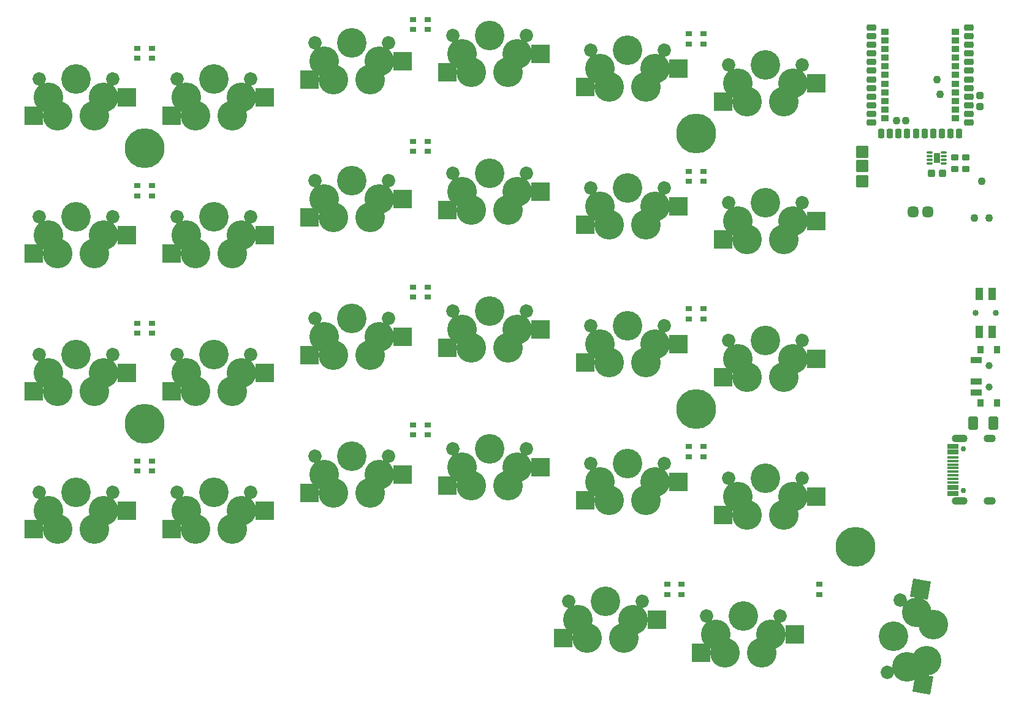
<source format=gbr>
%TF.GenerationSoftware,KiCad,Pcbnew,(6.0.4)*%
%TF.CreationDate,2022-07-04T12:48:59-07:00*%
%TF.ProjectId,Athena54,41746865-6e61-4353-942e-6b696361645f,v1.0.0*%
%TF.SameCoordinates,Original*%
%TF.FileFunction,Soldermask,Bot*%
%TF.FilePolarity,Negative*%
%FSLAX46Y46*%
G04 Gerber Fmt 4.6, Leading zero omitted, Abs format (unit mm)*
G04 Created by KiCad (PCBNEW (6.0.4)) date 2022-07-04 12:48:59*
%MOMM*%
%LPD*%
G01*
G04 APERTURE LIST*
G04 Aperture macros list*
%AMRoundRect*
0 Rectangle with rounded corners*
0 $1 Rounding radius*
0 $2 $3 $4 $5 $6 $7 $8 $9 X,Y pos of 4 corners*
0 Add a 4 corners polygon primitive as box body*
4,1,4,$2,$3,$4,$5,$6,$7,$8,$9,$2,$3,0*
0 Add four circle primitives for the rounded corners*
1,1,$1+$1,$2,$3*
1,1,$1+$1,$4,$5*
1,1,$1+$1,$6,$7*
1,1,$1+$1,$8,$9*
0 Add four rect primitives between the rounded corners*
20,1,$1+$1,$2,$3,$4,$5,0*
20,1,$1+$1,$4,$5,$6,$7,0*
20,1,$1+$1,$6,$7,$8,$9,0*
20,1,$1+$1,$8,$9,$2,$3,0*%
%AMRotRect*
0 Rectangle, with rotation*
0 The origin of the aperture is its center*
0 $1 length*
0 $2 width*
0 $3 Rotation angle, in degrees counterclockwise*
0 Add horizontal line*
21,1,$1,$2,0,0,$3*%
G04 Aperture macros list end*
%ADD10C,5.500000*%
%ADD11RoundRect,0.050000X-0.350000X0.300000X-0.350000X-0.300000X0.350000X-0.300000X0.350000X0.300000X0*%
%ADD12C,1.850000*%
%ADD13C,4.087800*%
%ADD14R,2.550000X2.500000*%
%ADD15C,4.100000*%
%ADD16RoundRect,0.387500X-0.337500X0.337500X-0.337500X-0.337500X0.337500X-0.337500X0.337500X0.337500X0*%
%ADD17RoundRect,0.300000X-0.375000X-0.625000X0.375000X-0.625000X0.375000X0.625000X-0.375000X0.625000X0*%
%ADD18C,1.090600*%
%ADD19RoundRect,0.050000X0.400000X-0.500000X0.400000X0.500000X-0.400000X0.500000X-0.400000X-0.500000X0*%
%ADD20C,1.000000*%
%ADD21RoundRect,0.050000X0.750000X-0.350000X0.750000X0.350000X-0.750000X0.350000X-0.750000X-0.350000X0*%
%ADD22C,0.850000*%
%ADD23RoundRect,0.050000X0.500000X-0.775000X0.500000X0.775000X-0.500000X0.775000X-0.500000X-0.775000X0*%
%ADD24C,0.750000*%
%ADD25RoundRect,0.050000X0.725000X-0.300000X0.725000X0.300000X-0.725000X0.300000X-0.725000X-0.300000X0*%
%ADD26RoundRect,0.050000X0.725000X-0.150000X0.725000X0.150000X-0.725000X0.150000X-0.725000X-0.150000X0*%
%ADD27O,2.200000X1.100000*%
%ADD28O,1.700000X1.100000*%
%ADD29RoundRect,0.050000X-0.762000X-0.762000X0.762000X-0.762000X0.762000X0.762000X-0.762000X0.762000X0*%
%ADD30RoundRect,0.250000X-0.275000X0.200000X-0.275000X-0.200000X0.275000X-0.200000X0.275000X0.200000X0*%
%ADD31RoundRect,0.275000X-0.250000X0.225000X-0.250000X-0.225000X0.250000X-0.225000X0.250000X0.225000X0*%
%ADD32RoundRect,0.112500X-0.325000X-0.062500X0.325000X-0.062500X0.325000X0.062500X-0.325000X0.062500X0*%
%ADD33RoundRect,0.050000X-0.400000X-0.600000X0.400000X-0.600000X0.400000X0.600000X-0.400000X0.600000X0*%
%ADD34RotRect,2.550000X2.500000X80.000000*%
%ADD35RoundRect,0.275000X-0.225000X-0.250000X0.225000X-0.250000X0.225000X0.250000X-0.225000X0.250000X0*%
%ADD36RoundRect,0.250000X0.400000X0.200000X-0.400000X0.200000X-0.400000X-0.200000X0.400000X-0.200000X0*%
%ADD37C,1.100000*%
%ADD38RoundRect,0.250000X0.200000X-0.400000X0.200000X0.400000X-0.200000X0.400000X-0.200000X-0.400000X0*%
%ADD39RoundRect,0.250000X-0.400000X-0.200000X0.400000X-0.200000X0.400000X0.200000X-0.400000X0.200000X0*%
%ADD40RoundRect,0.250000X-0.300000X-0.200000X0.300000X-0.200000X0.300000X0.200000X-0.300000X0.200000X0*%
G04 APERTURE END LIST*
D10*
%TO.C,H4*%
X85725000Y-46625000D03*
%TD*%
D11*
%TO.C,D21*%
X84725000Y-13725000D03*
X84725000Y-15125000D03*
%TD*%
D12*
%TO.C,SW9*%
X24130000Y-58150000D03*
D13*
X19050000Y-58150000D03*
D14*
X13235000Y-63230000D03*
D12*
X13970000Y-58150000D03*
D14*
X26135000Y-60690000D03*
D15*
X21590000Y-63230000D03*
X22860000Y-60690000D03*
X16510000Y-63230000D03*
X15240000Y-60690000D03*
%TD*%
D10*
%TO.C,H5*%
X107775000Y-65675000D03*
%TD*%
D16*
%TO.C,J1*%
X117683500Y-19325000D03*
X115683500Y-19325000D03*
%TD*%
D13*
%TO.C,SW14*%
X57150000Y5000000D03*
D14*
X51335000Y-80000D03*
X64235000Y2460000D03*
D12*
X62230000Y5000000D03*
X52070000Y5000000D03*
D15*
X59690000Y-80000D03*
X60960000Y2460000D03*
X54610000Y-80000D03*
X53340000Y2460000D03*
%TD*%
D11*
%TO.C,D8*%
X10525000Y-15725000D03*
X10525000Y-17125000D03*
%TD*%
%TO.C,D4*%
X8525000Y-15725000D03*
X8525000Y-17125000D03*
%TD*%
D12*
%TO.C,SW25*%
X90170000Y-18050000D03*
D13*
X95250000Y-18050000D03*
D14*
X89435000Y-23130000D03*
X102335000Y-20590000D03*
D12*
X100330000Y-18050000D03*
D15*
X97790000Y-23130000D03*
X99060000Y-20590000D03*
X91440000Y-20590000D03*
X92710000Y-23130000D03*
%TD*%
D17*
%TO.C,D1*%
X126774999Y-48575000D03*
X123974999Y-48575000D03*
%TD*%
D10*
%TO.C,H3*%
X9525000Y-48625000D03*
%TD*%
D18*
%TO.C,J3*%
X125175000Y-15085000D03*
X126191000Y-20165000D03*
X124159000Y-20165000D03*
%TD*%
D11*
%TO.C,D17*%
X48625000Y-29725000D03*
X48625000Y-31125000D03*
%TD*%
%TO.C,D28*%
X86725001Y-51775000D03*
X86725001Y-53175000D03*
%TD*%
%TO.C,D6*%
X8525000Y-53775000D03*
X8525000Y-55175000D03*
%TD*%
%TO.C,D5*%
X8525000Y-34725000D03*
X8525000Y-36125000D03*
%TD*%
%TO.C,D9*%
X10525000Y-34725000D03*
X10525000Y-36125000D03*
%TD*%
%TO.C,D16*%
X48625000Y-9575000D03*
X48625000Y-10975000D03*
%TD*%
%TO.C,D18*%
X48625000Y-48775000D03*
X48625000Y-50175000D03*
%TD*%
%TO.C,D19*%
X81725000Y-72225000D03*
X81725000Y-70825000D03*
%TD*%
D19*
%TO.C,SW1*%
X125045000Y-45725000D03*
X127255000Y-45725000D03*
X125045000Y-38425000D03*
X127255000Y-38425000D03*
D20*
X126155000Y-40575000D03*
X126155000Y-43575000D03*
D21*
X124395000Y-39825000D03*
X124395000Y-42825000D03*
X124395000Y-44325000D03*
%TD*%
D11*
%TO.C,D20*%
X84725000Y5275001D03*
X84725000Y3875001D03*
%TD*%
D14*
%TO.C,SW6*%
X26135000Y-3540000D03*
D12*
X24130000Y-1000000D03*
D14*
X13235000Y-6080000D03*
D13*
X19050000Y-1000000D03*
D12*
X13970000Y-1000000D03*
D15*
X22860000Y-3540000D03*
X21590000Y-6080000D03*
X16510000Y-6080000D03*
X15240000Y-3540000D03*
%TD*%
D11*
%TO.C,D15*%
X48625000Y7275000D03*
X48625000Y5875000D03*
%TD*%
%TO.C,D12*%
X46625000Y-9575000D03*
X46625000Y-10975000D03*
%TD*%
D12*
%TO.C,SW24*%
X100330000Y1000000D03*
X90170000Y1000000D03*
D14*
X102335000Y-1540000D03*
X89435000Y-4080000D03*
D13*
X95250000Y1000000D03*
D15*
X97790000Y-4080000D03*
X99060000Y-1540000D03*
X91440000Y-1540000D03*
X92710000Y-4080000D03*
%TD*%
D12*
%TO.C,SW27*%
X90170000Y-56150000D03*
D13*
X95250000Y-56150000D03*
D14*
X89435000Y-61230000D03*
X102335000Y-58690000D03*
D12*
X100330000Y-56150000D03*
D15*
X97790000Y-61230000D03*
X99060000Y-58690000D03*
X91440000Y-58690000D03*
X92710000Y-61230000D03*
%TD*%
D14*
%TO.C,SW8*%
X13235000Y-44180000D03*
D13*
X19050000Y-39100000D03*
D12*
X13970000Y-39100000D03*
D14*
X26135000Y-41640000D03*
D12*
X24130000Y-39100000D03*
D15*
X22860000Y-41640000D03*
X21590000Y-44180000D03*
X15240000Y-41640000D03*
X16510000Y-44180000D03*
%TD*%
D11*
%TO.C,D22*%
X84725000Y-32725000D03*
X84725000Y-34125000D03*
%TD*%
D12*
%TO.C,SW16*%
X52070000Y-33100000D03*
D13*
X57150000Y-33100000D03*
D12*
X62230000Y-33100000D03*
D14*
X51335000Y-38180000D03*
X64235000Y-35640000D03*
D15*
X59690000Y-38180000D03*
X60960000Y-35640000D03*
X53340000Y-35640000D03*
X54610000Y-38180000D03*
%TD*%
D13*
%TO.C,SW7*%
X19050000Y-20050000D03*
D14*
X13235000Y-25130000D03*
D12*
X24130000Y-20050000D03*
X13970000Y-20050000D03*
D14*
X26135000Y-22590000D03*
D15*
X21590000Y-25130000D03*
X22860000Y-22590000D03*
X16510000Y-25130000D03*
X15240000Y-22590000D03*
%TD*%
D11*
%TO.C,D3*%
X8525000Y3275000D03*
X8525000Y1875000D03*
%TD*%
%TO.C,D23*%
X84725000Y-51775000D03*
X84725000Y-53175000D03*
%TD*%
D12*
%TO.C,SW15*%
X52070000Y-14050000D03*
D13*
X57150000Y-14050000D03*
D14*
X64235000Y-16590000D03*
D12*
X62230000Y-14050000D03*
D14*
X51335000Y-19130000D03*
D15*
X59690000Y-19130000D03*
X60960000Y-16590000D03*
X53340000Y-16590000D03*
X54610000Y-19130000D03*
%TD*%
D11*
%TO.C,D13*%
X46625000Y-29725000D03*
X46625000Y-31125000D03*
%TD*%
%TO.C,D7*%
X10525000Y3275000D03*
X10525000Y1875000D03*
%TD*%
%TO.C,D26*%
X86725000Y-13725000D03*
X86725000Y-15125000D03*
%TD*%
%TO.C,D14*%
X46625000Y-48775000D03*
X46625000Y-50175000D03*
%TD*%
%TO.C,D25*%
X86725000Y5275000D03*
X86725000Y3875000D03*
%TD*%
D14*
%TO.C,SW17*%
X64235000Y-54690000D03*
X51335000Y-57230000D03*
D13*
X57150000Y-52150000D03*
D12*
X52070000Y-52150000D03*
X62230000Y-52150000D03*
D15*
X60960000Y-54690000D03*
X59690000Y-57230000D03*
X54610000Y-57230000D03*
X53340000Y-54690000D03*
%TD*%
D10*
%TO.C,H1*%
X9525000Y-10525000D03*
%TD*%
D13*
%TO.C,SW26*%
X95250000Y-37100001D03*
D14*
X89435000Y-42180001D03*
D12*
X100330000Y-37100001D03*
D14*
X102335000Y-39640001D03*
D12*
X90170000Y-37100001D03*
D15*
X99060000Y-39640001D03*
X97790000Y-42180001D03*
X92710000Y-42180001D03*
X91440000Y-39640001D03*
%TD*%
D22*
%TO.C,SW29*%
X124350000Y-33325000D03*
X127100000Y-33325000D03*
D23*
X126575000Y-30700000D03*
X126575000Y-35950000D03*
X124875000Y-35950000D03*
X124875000Y-30700000D03*
%TD*%
D24*
%TO.C,J2*%
X122625000Y-52135000D03*
X122625000Y-57915000D03*
D25*
X121180000Y-51775000D03*
X121180000Y-52575000D03*
D26*
X121180000Y-56775000D03*
X121180000Y-54775000D03*
X121180000Y-55275000D03*
X121180000Y-56275000D03*
D25*
X121180000Y-57475000D03*
X121180000Y-58275000D03*
X121180000Y-58275000D03*
X121180000Y-57475000D03*
D26*
X121180000Y-53775000D03*
X121180000Y-55775000D03*
X121180000Y-54275000D03*
X121180000Y-53275000D03*
D25*
X121180000Y-52575000D03*
X121180000Y-51775000D03*
D27*
X122095000Y-50705000D03*
D28*
X126275000Y-59345000D03*
X126275000Y-50705000D03*
D27*
X122095000Y-59345000D03*
%TD*%
D11*
%TO.C,D29*%
X102775000Y-70825000D03*
X102775000Y-72225000D03*
%TD*%
%TO.C,D10*%
X10525000Y-53775000D03*
X10525000Y-55175000D03*
%TD*%
%TO.C,D27*%
X86725000Y-32725000D03*
X86725000Y-34125000D03*
%TD*%
D29*
%TO.C,J4*%
X108693750Y-11025000D03*
X108693750Y-13025000D03*
X108693750Y-15125000D03*
%TD*%
D10*
%TO.C,H2*%
X85725000Y-8525000D03*
%TD*%
D11*
%TO.C,D11*%
X46625000Y7275000D03*
X46625000Y5875000D03*
%TD*%
%TO.C,D24*%
X83725000Y-72225000D03*
X83725000Y-70825000D03*
%TD*%
D14*
%TO.C,SW4*%
X7085000Y-41640000D03*
D12*
X-5080000Y-39100000D03*
D14*
X-5815000Y-44180000D03*
D13*
X0Y-39100000D03*
D12*
X5080000Y-39100000D03*
D15*
X-3810000Y-41640000D03*
X-2540000Y-44180000D03*
X2540000Y-44180000D03*
X3810000Y-41640000D03*
%TD*%
D12*
%TO.C,SW21*%
X71120000Y-35100000D03*
D13*
X76200000Y-35100000D03*
D14*
X83285000Y-37640000D03*
D12*
X81280000Y-35100000D03*
D14*
X70385000Y-40180000D03*
D15*
X73660000Y-40180000D03*
X72390000Y-37640000D03*
X80010000Y-37640000D03*
X78740000Y-40180000D03*
%TD*%
D30*
%TO.C,R12*%
X122975000Y-11800000D03*
X122975000Y-13450000D03*
%TD*%
D12*
%TO.C,SW18*%
X78280000Y-73200000D03*
D14*
X67385000Y-78280000D03*
X80285000Y-75740000D03*
D13*
X73200000Y-73200000D03*
D12*
X68120000Y-73200000D03*
D15*
X70660000Y-78280000D03*
X69390000Y-75740000D03*
X75740000Y-78280000D03*
X77010000Y-75740000D03*
%TD*%
D12*
%TO.C,SW10*%
X33020000Y4000000D03*
D13*
X38100000Y4000000D03*
D14*
X32285000Y-1080000D03*
X45185000Y1460000D03*
D12*
X43180000Y4000000D03*
D15*
X35560000Y-1080000D03*
X34290000Y1460000D03*
X40640000Y-1080000D03*
X41910000Y1460000D03*
%TD*%
D31*
%TO.C,C12*%
X124925000Y-3250000D03*
X124925000Y-4800000D03*
%TD*%
D32*
%TO.C,U2*%
X117987500Y-12625000D03*
X117987500Y-12125000D03*
X117987500Y-11625000D03*
X117987500Y-11125000D03*
X119962500Y-11125000D03*
X119962500Y-11625000D03*
X119962500Y-12125000D03*
X119962500Y-12625000D03*
D33*
X118975000Y-11875000D03*
%TD*%
D30*
%TO.C,R13*%
X121475000Y-11800000D03*
X121475000Y-13450000D03*
%TD*%
D14*
%TO.C,SW11*%
X32285000Y-20130000D03*
X45185000Y-17590000D03*
D13*
X38100000Y-15050000D03*
D12*
X43180000Y-15050000D03*
X33020000Y-15050000D03*
D15*
X34290000Y-17590000D03*
X35560000Y-20130000D03*
X41910000Y-17590000D03*
X40640000Y-20130000D03*
%TD*%
D12*
%TO.C,SW5*%
X5080000Y-58150000D03*
D13*
X0Y-58150000D03*
D14*
X-5815000Y-63230000D03*
D12*
X-5080000Y-58150000D03*
D14*
X7085000Y-60690000D03*
D15*
X-3810000Y-60690000D03*
X-2540000Y-63230000D03*
X2540000Y-63230000D03*
X3810000Y-60690000D03*
%TD*%
D14*
%TO.C,SW19*%
X83285000Y460000D03*
D12*
X71120000Y3000000D03*
X81280000Y3000000D03*
D13*
X76200000Y3000000D03*
D14*
X70385000Y-2080000D03*
D15*
X73660000Y-2080000D03*
X72390000Y460000D03*
X78740000Y-2080000D03*
X80010000Y460000D03*
%TD*%
%TO.C,SW23*%
X96060000Y-77740000D03*
X94790000Y-80280000D03*
X88440000Y-77740000D03*
X89710000Y-80280000D03*
D12*
X87170000Y-75200000D03*
D14*
X99335000Y-77740000D03*
D13*
X92250000Y-75200000D03*
D14*
X86435000Y-80280000D03*
D12*
X97330000Y-75200000D03*
%TD*%
D14*
%TO.C,SW20*%
X70385000Y-21130000D03*
X83285000Y-18590000D03*
D12*
X71120000Y-16050000D03*
D13*
X76200000Y-16050000D03*
D12*
X81280000Y-16050000D03*
D15*
X73660000Y-21130000D03*
X72390000Y-18590000D03*
X80010000Y-18590000D03*
X78740000Y-21130000D03*
%TD*%
D12*
%TO.C,SW28*%
X112132528Y-83033138D03*
D34*
X117007720Y-84639105D03*
X116746370Y-71494018D03*
D12*
X113896794Y-73027492D03*
D13*
X113014661Y-78030315D03*
D15*
X114854473Y-82223499D03*
X117576418Y-81413859D03*
X116177672Y-74719264D03*
X118458551Y-76411036D03*
%TD*%
D35*
%TO.C,C3*%
X118200000Y-13975000D03*
X119750000Y-13975000D03*
%TD*%
D12*
%TO.C,SW22*%
X81280000Y-54150000D03*
D14*
X70385000Y-59230000D03*
D12*
X71120000Y-54150000D03*
D14*
X83285000Y-56690000D03*
D13*
X76200000Y-54150000D03*
D15*
X72390000Y-56690000D03*
X73660000Y-59230000D03*
X78740000Y-59230000D03*
X80010000Y-56690000D03*
%TD*%
D36*
%TO.C,U4*%
X123375000Y6175000D03*
X123375000Y4975000D03*
X123375000Y3775000D03*
X123375000Y2575000D03*
X123375000Y1375000D03*
X123375000Y175000D03*
X123375000Y-1025000D03*
X123375000Y-2225000D03*
D37*
X119385000Y-3135000D03*
D36*
X123375000Y-3425000D03*
X123375000Y-4625000D03*
X123375000Y-5825000D03*
X123375000Y-7025000D03*
D38*
X122075000Y-8525000D03*
X120875000Y-8525000D03*
X119675000Y-8525000D03*
X118475000Y-8525000D03*
X117275000Y-8525000D03*
X116075000Y-8525000D03*
X114875000Y-8525000D03*
D37*
X114675000Y-6695000D03*
D38*
X113675000Y-8525000D03*
D37*
X113445000Y-6695000D03*
D38*
X112475000Y-8525000D03*
X111275000Y-8525000D03*
D39*
X109975000Y-7025000D03*
X109975000Y-5825000D03*
X109975000Y-4625000D03*
X109975000Y-3425000D03*
X109975000Y-2225000D03*
X109975000Y-1025000D03*
X109975000Y175000D03*
X109975000Y1375000D03*
X109975000Y2575000D03*
X109975000Y3775000D03*
X109975000Y4975000D03*
X109975000Y6175000D03*
D40*
X121575000Y5575000D03*
X121575000Y4375000D03*
X121575000Y3175000D03*
X121575000Y1975000D03*
X121575000Y775000D03*
X121575000Y-425000D03*
X121575000Y-1625000D03*
X121575000Y-2825000D03*
X121575000Y-4025000D03*
X121575000Y-5225000D03*
X121575000Y-6425000D03*
X111775000Y-6425000D03*
X111775000Y-5225000D03*
X111775000Y-4025000D03*
X111775000Y-2825000D03*
X111775000Y-1625000D03*
X111775000Y-425000D03*
X111775000Y775000D03*
X111775000Y1975000D03*
X111775000Y3175000D03*
X111775000Y4375000D03*
X111775000Y5575000D03*
D37*
X119005000Y-1055000D03*
%TD*%
D12*
%TO.C,SW2*%
X-5080000Y-1000000D03*
D13*
X0Y-1000000D03*
D12*
X5080000Y-1000000D03*
D14*
X7085000Y-3540000D03*
X-5815000Y-6080000D03*
D15*
X-3810000Y-3540000D03*
X-2540000Y-6080000D03*
X3810000Y-3540000D03*
X2540000Y-6080000D03*
%TD*%
D12*
%TO.C,SW3*%
X-5080000Y-20050000D03*
D14*
X-5815000Y-25130000D03*
D13*
X0Y-20050000D03*
D12*
X5080000Y-20050000D03*
D14*
X7085000Y-22590000D03*
D15*
X-2540000Y-25130000D03*
X-3810000Y-22590000D03*
X2540000Y-25130000D03*
X3810000Y-22590000D03*
%TD*%
D12*
%TO.C,SW12*%
X43180000Y-34100000D03*
X33020000Y-34100000D03*
D14*
X32285000Y-39180000D03*
D13*
X38100000Y-34100000D03*
D14*
X45185000Y-36640000D03*
D15*
X35560000Y-39180000D03*
X34290000Y-36640000D03*
X41910000Y-36640000D03*
X40640000Y-39180000D03*
%TD*%
D14*
%TO.C,SW13*%
X45185000Y-55690000D03*
X32285000Y-58230000D03*
D13*
X38100000Y-53150000D03*
D12*
X33020000Y-53150000D03*
X43180000Y-53150000D03*
D15*
X34290000Y-55690000D03*
X35560000Y-58230000D03*
X41910000Y-55690000D03*
X40640000Y-58230000D03*
%TD*%
M02*

</source>
